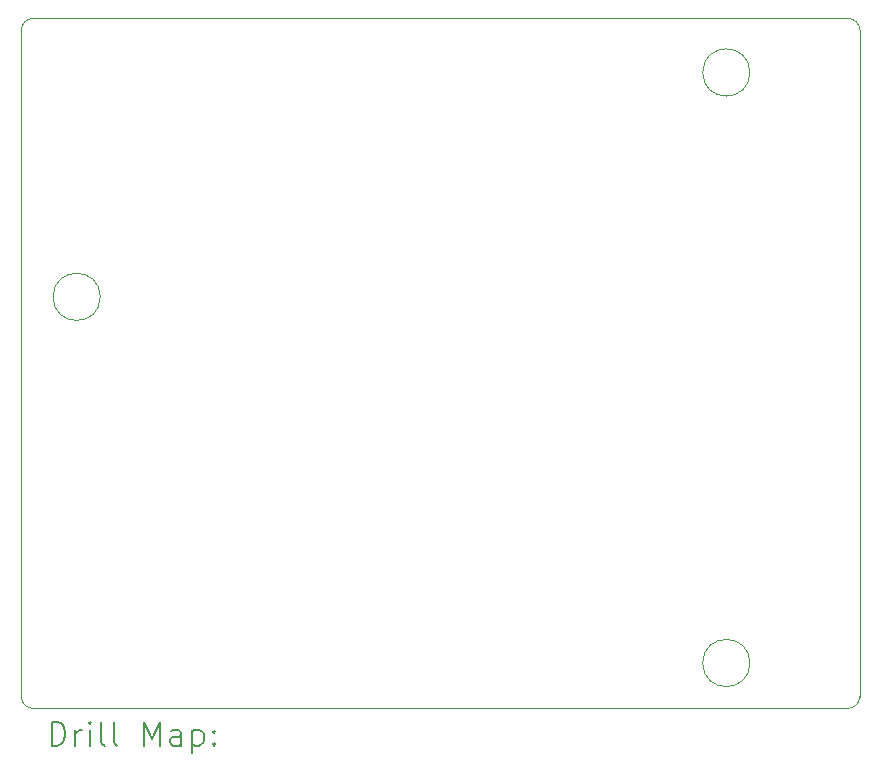
<source format=gbr>
%TF.GenerationSoftware,KiCad,Pcbnew,9.0.2*%
%TF.CreationDate,2025-07-07T17:51:26-07:00*%
%TF.ProjectId,powerBoard,706f7765-7242-46f6-9172-642e6b696361,rev?*%
%TF.SameCoordinates,Original*%
%TF.FileFunction,Drillmap*%
%TF.FilePolarity,Positive*%
%FSLAX45Y45*%
G04 Gerber Fmt 4.5, Leading zero omitted, Abs format (unit mm)*
G04 Created by KiCad (PCBNEW 9.0.2) date 2025-07-07 17:51:26*
%MOMM*%
%LPD*%
G01*
G04 APERTURE LIST*
%ADD10C,0.050000*%
%ADD11C,0.200000*%
G04 APERTURE END LIST*
D10*
X8193100Y-7137400D02*
X1293800Y-7137400D01*
X8293100Y-1395400D02*
X8293100Y-7037400D01*
X8193100Y-1295400D02*
G75*
G02*
X8293100Y-1395400I0J-100000D01*
G01*
X8293100Y-7037400D02*
G75*
G02*
X8193100Y-7137400I-100000J0D01*
G01*
X1293800Y-7137400D02*
G75*
G02*
X1193800Y-7037400I0J100000D01*
G01*
X1293800Y-1295400D02*
X8193100Y-1295400D01*
X7362800Y-6752600D02*
G75*
G02*
X6962800Y-6752600I-200000J0D01*
G01*
X6962800Y-6752600D02*
G75*
G02*
X7362800Y-6752600I200000J0D01*
G01*
X7362800Y-1752600D02*
G75*
G02*
X6962800Y-1752600I-200000J0D01*
G01*
X6962800Y-1752600D02*
G75*
G02*
X7362800Y-1752600I200000J0D01*
G01*
X1193800Y-7037400D02*
X1193800Y-1395400D01*
X1862800Y-3652600D02*
G75*
G02*
X1462800Y-3652600I-200000J0D01*
G01*
X1462800Y-3652600D02*
G75*
G02*
X1862800Y-3652600I200000J0D01*
G01*
X1193800Y-1395400D02*
G75*
G02*
X1293800Y-1295400I100000J0D01*
G01*
D11*
X1452077Y-7451384D02*
X1452077Y-7251384D01*
X1452077Y-7251384D02*
X1499696Y-7251384D01*
X1499696Y-7251384D02*
X1528267Y-7260908D01*
X1528267Y-7260908D02*
X1547315Y-7279955D01*
X1547315Y-7279955D02*
X1556839Y-7299003D01*
X1556839Y-7299003D02*
X1566362Y-7337098D01*
X1566362Y-7337098D02*
X1566362Y-7365669D01*
X1566362Y-7365669D02*
X1556839Y-7403765D01*
X1556839Y-7403765D02*
X1547315Y-7422812D01*
X1547315Y-7422812D02*
X1528267Y-7441860D01*
X1528267Y-7441860D02*
X1499696Y-7451384D01*
X1499696Y-7451384D02*
X1452077Y-7451384D01*
X1652077Y-7451384D02*
X1652077Y-7318050D01*
X1652077Y-7356146D02*
X1661601Y-7337098D01*
X1661601Y-7337098D02*
X1671124Y-7327574D01*
X1671124Y-7327574D02*
X1690172Y-7318050D01*
X1690172Y-7318050D02*
X1709220Y-7318050D01*
X1775886Y-7451384D02*
X1775886Y-7318050D01*
X1775886Y-7251384D02*
X1766362Y-7260908D01*
X1766362Y-7260908D02*
X1775886Y-7270431D01*
X1775886Y-7270431D02*
X1785410Y-7260908D01*
X1785410Y-7260908D02*
X1775886Y-7251384D01*
X1775886Y-7251384D02*
X1775886Y-7270431D01*
X1899696Y-7451384D02*
X1880648Y-7441860D01*
X1880648Y-7441860D02*
X1871124Y-7422812D01*
X1871124Y-7422812D02*
X1871124Y-7251384D01*
X2004458Y-7451384D02*
X1985410Y-7441860D01*
X1985410Y-7441860D02*
X1975886Y-7422812D01*
X1975886Y-7422812D02*
X1975886Y-7251384D01*
X2233029Y-7451384D02*
X2233029Y-7251384D01*
X2233029Y-7251384D02*
X2299696Y-7394241D01*
X2299696Y-7394241D02*
X2366363Y-7251384D01*
X2366363Y-7251384D02*
X2366363Y-7451384D01*
X2547315Y-7451384D02*
X2547315Y-7346622D01*
X2547315Y-7346622D02*
X2537791Y-7327574D01*
X2537791Y-7327574D02*
X2518744Y-7318050D01*
X2518744Y-7318050D02*
X2480648Y-7318050D01*
X2480648Y-7318050D02*
X2461601Y-7327574D01*
X2547315Y-7441860D02*
X2528267Y-7451384D01*
X2528267Y-7451384D02*
X2480648Y-7451384D01*
X2480648Y-7451384D02*
X2461601Y-7441860D01*
X2461601Y-7441860D02*
X2452077Y-7422812D01*
X2452077Y-7422812D02*
X2452077Y-7403765D01*
X2452077Y-7403765D02*
X2461601Y-7384717D01*
X2461601Y-7384717D02*
X2480648Y-7375193D01*
X2480648Y-7375193D02*
X2528267Y-7375193D01*
X2528267Y-7375193D02*
X2547315Y-7365669D01*
X2642553Y-7318050D02*
X2642553Y-7518050D01*
X2642553Y-7327574D02*
X2661601Y-7318050D01*
X2661601Y-7318050D02*
X2699696Y-7318050D01*
X2699696Y-7318050D02*
X2718744Y-7327574D01*
X2718744Y-7327574D02*
X2728267Y-7337098D01*
X2728267Y-7337098D02*
X2737791Y-7356146D01*
X2737791Y-7356146D02*
X2737791Y-7413288D01*
X2737791Y-7413288D02*
X2728267Y-7432336D01*
X2728267Y-7432336D02*
X2718744Y-7441860D01*
X2718744Y-7441860D02*
X2699696Y-7451384D01*
X2699696Y-7451384D02*
X2661601Y-7451384D01*
X2661601Y-7451384D02*
X2642553Y-7441860D01*
X2823505Y-7432336D02*
X2833029Y-7441860D01*
X2833029Y-7441860D02*
X2823505Y-7451384D01*
X2823505Y-7451384D02*
X2813982Y-7441860D01*
X2813982Y-7441860D02*
X2823505Y-7432336D01*
X2823505Y-7432336D02*
X2823505Y-7451384D01*
X2823505Y-7327574D02*
X2833029Y-7337098D01*
X2833029Y-7337098D02*
X2823505Y-7346622D01*
X2823505Y-7346622D02*
X2813982Y-7337098D01*
X2813982Y-7337098D02*
X2823505Y-7327574D01*
X2823505Y-7327574D02*
X2823505Y-7346622D01*
M02*

</source>
